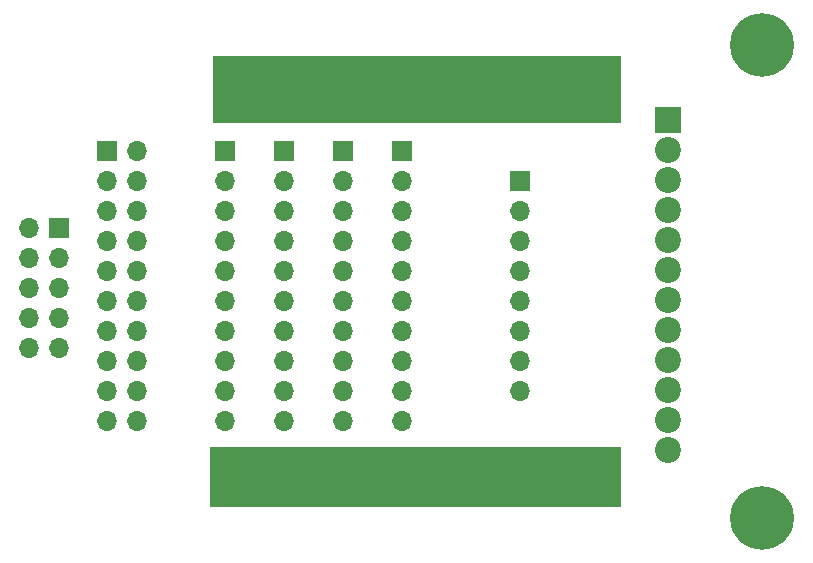
<source format=gbr>
%TF.GenerationSoftware,KiCad,Pcbnew,8.0.4*%
%TF.CreationDate,2024-08-10T21:18:51+02:00*%
%TF.ProjectId,breakout,62726561-6b6f-4757-942e-6b696361645f,rev?*%
%TF.SameCoordinates,Original*%
%TF.FileFunction,Soldermask,Bot*%
%TF.FilePolarity,Negative*%
%FSLAX46Y46*%
G04 Gerber Fmt 4.6, Leading zero omitted, Abs format (unit mm)*
G04 Created by KiCad (PCBNEW 8.0.4) date 2024-08-10 21:18:51*
%MOMM*%
%LPD*%
G01*
G04 APERTURE LIST*
%ADD10C,0.100000*%
%ADD11R,1.700000X1.700000*%
%ADD12O,1.700000X1.700000*%
%ADD13C,5.400000*%
%ADD14R,2.200000X2.200000*%
%ADD15C,2.200000*%
G04 APERTURE END LIST*
D10*
X142500000Y-66900000D02*
X177000000Y-66900000D01*
X177000000Y-72500000D01*
X142500000Y-72500000D01*
X142500000Y-66900000D01*
G36*
X142500000Y-66900000D02*
G01*
X177000000Y-66900000D01*
X177000000Y-72500000D01*
X142500000Y-72500000D01*
X142500000Y-66900000D01*
G37*
X142250000Y-100000000D02*
X177000000Y-100000000D01*
X177000000Y-105000000D01*
X142250000Y-105000000D01*
X142250000Y-100000000D01*
G36*
X142250000Y-100000000D02*
G01*
X177000000Y-100000000D01*
X177000000Y-105000000D01*
X142250000Y-105000000D01*
X142250000Y-100000000D01*
G37*
D11*
%TO.C,J9*%
X129500000Y-81500000D03*
D12*
X126960000Y-81500000D03*
X129500000Y-84040000D03*
X126960000Y-84040000D03*
X129500000Y-86580000D03*
X126960000Y-86580000D03*
X129500000Y-89120000D03*
X126960000Y-89120000D03*
X129500000Y-91660000D03*
X126960000Y-91660000D03*
%TD*%
D11*
%TO.C,J5*%
X153500000Y-74960000D03*
D12*
X153500000Y-77500000D03*
X153500000Y-80040000D03*
X153500000Y-82580000D03*
X153500000Y-85120000D03*
X153500000Y-87660000D03*
X153500000Y-90200000D03*
X153500000Y-92740000D03*
X153500000Y-95280000D03*
X153500000Y-97820000D03*
%TD*%
D13*
%TO.C,H1*%
X189000000Y-66000000D03*
%TD*%
D11*
%TO.C,J4*%
X143500000Y-74920000D03*
D12*
X143500000Y-77460000D03*
X143500000Y-80000000D03*
X143500000Y-82540000D03*
X143500000Y-85080000D03*
X143500000Y-87620000D03*
X143500000Y-90160000D03*
X143500000Y-92700000D03*
X143500000Y-95240000D03*
X143500000Y-97780000D03*
%TD*%
D11*
%TO.C,J3*%
X148500000Y-74920000D03*
D12*
X148500000Y-77460000D03*
X148500000Y-80000000D03*
X148500000Y-82540000D03*
X148500000Y-85080000D03*
X148500000Y-87620000D03*
X148500000Y-90160000D03*
X148500000Y-92700000D03*
X148500000Y-95240000D03*
X148500000Y-97780000D03*
%TD*%
D13*
%TO.C,H2*%
X189000000Y-106000000D03*
%TD*%
D11*
%TO.C,J7*%
X168500000Y-77460000D03*
D12*
X168500000Y-80000000D03*
X168500000Y-82540000D03*
X168500000Y-85080000D03*
X168500000Y-87620000D03*
X168500000Y-90160000D03*
X168500000Y-92700000D03*
X168500000Y-95240000D03*
%TD*%
D14*
%TO.C,J2*%
X181000000Y-72340000D03*
D15*
X181000000Y-74880000D03*
X181000000Y-77419999D03*
X181000000Y-79960000D03*
X181000000Y-82500000D03*
X181000000Y-85040000D03*
X181000000Y-87580000D03*
X181000000Y-90120001D03*
X181000000Y-92660000D03*
X181000000Y-95200000D03*
X181000000Y-97740000D03*
X181000000Y-100279999D03*
%TD*%
D11*
%TO.C,J6*%
X158500000Y-74920000D03*
D12*
X158500000Y-77460000D03*
X158500000Y-80000000D03*
X158500000Y-82540000D03*
X158500000Y-85080000D03*
X158500000Y-87620000D03*
X158500000Y-90160000D03*
X158500000Y-92700000D03*
X158500000Y-95240000D03*
X158500000Y-97780000D03*
%TD*%
D11*
%TO.C,J1*%
X133500000Y-74960000D03*
D12*
X136040000Y-74960000D03*
X133500000Y-77500000D03*
X136040000Y-77500000D03*
X133500000Y-80040000D03*
X136040000Y-80040000D03*
X133500000Y-82580000D03*
X136040000Y-82580000D03*
X133500000Y-85120000D03*
X136040000Y-85120000D03*
X133500000Y-87660000D03*
X136040000Y-87660000D03*
X133500000Y-90200000D03*
X136040000Y-90200000D03*
X133500000Y-92740000D03*
X136040000Y-92740000D03*
X133500000Y-95280000D03*
X136040000Y-95280000D03*
X133500000Y-97820000D03*
X136040000Y-97820000D03*
%TD*%
M02*

</source>
